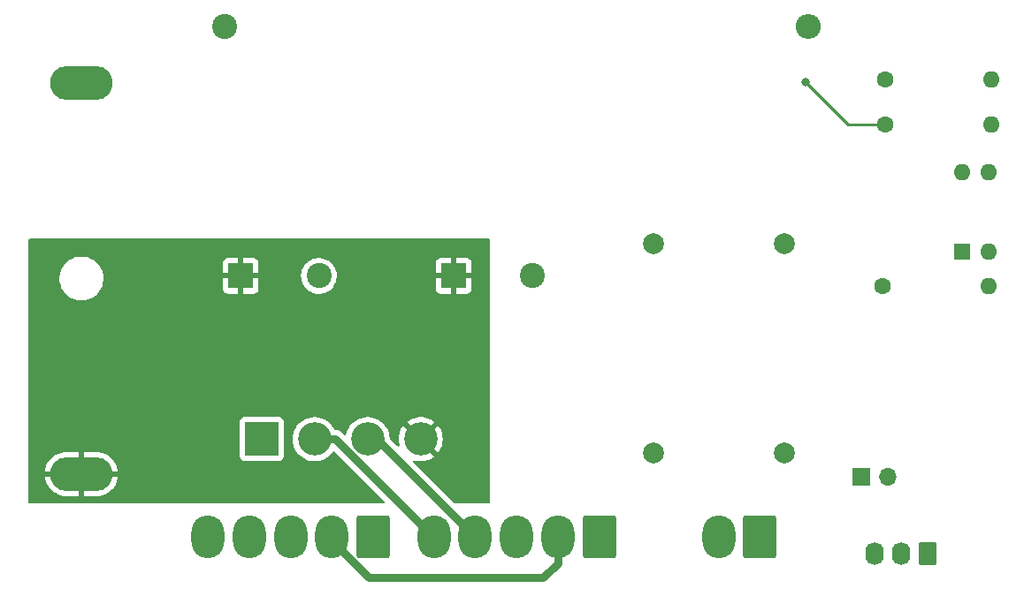
<source format=gbr>
%TF.GenerationSoftware,KiCad,Pcbnew,(6.0.1)*%
%TF.CreationDate,2022-01-30T09:16:28+01:00*%
%TF.ProjectId,board_shakercontrol,626f6172-645f-4736-9861-6b6572636f6e,rev?*%
%TF.SameCoordinates,Original*%
%TF.FileFunction,Copper,L2,Bot*%
%TF.FilePolarity,Positive*%
%FSLAX46Y46*%
G04 Gerber Fmt 4.6, Leading zero omitted, Abs format (unit mm)*
G04 Created by KiCad (PCBNEW (6.0.1)) date 2022-01-30 09:16:28*
%MOMM*%
%LPD*%
G01*
G04 APERTURE LIST*
G04 Aperture macros list*
%AMRoundRect*
0 Rectangle with rounded corners*
0 $1 Rounding radius*
0 $2 $3 $4 $5 $6 $7 $8 $9 X,Y pos of 4 corners*
0 Add a 4 corners polygon primitive as box body*
4,1,4,$2,$3,$4,$5,$6,$7,$8,$9,$2,$3,0*
0 Add four circle primitives for the rounded corners*
1,1,$1+$1,$2,$3*
1,1,$1+$1,$4,$5*
1,1,$1+$1,$6,$7*
1,1,$1+$1,$8,$9*
0 Add four rect primitives between the rounded corners*
20,1,$1+$1,$2,$3,$4,$5,0*
20,1,$1+$1,$4,$5,$6,$7,0*
20,1,$1+$1,$6,$7,$8,$9,0*
20,1,$1+$1,$8,$9,$2,$3,0*%
G04 Aperture macros list end*
%TA.AperFunction,ComponentPad*%
%ADD10RoundRect,0.250000X0.620000X0.845000X-0.620000X0.845000X-0.620000X-0.845000X0.620000X-0.845000X0*%
%TD*%
%TA.AperFunction,ComponentPad*%
%ADD11O,1.740000X2.190000*%
%TD*%
%TA.AperFunction,ComponentPad*%
%ADD12C,2.000000*%
%TD*%
%TA.AperFunction,ComponentPad*%
%ADD13C,1.600000*%
%TD*%
%TA.AperFunction,ComponentPad*%
%ADD14O,1.600000X1.600000*%
%TD*%
%TA.AperFunction,ComponentPad*%
%ADD15R,3.200000X3.200000*%
%TD*%
%TA.AperFunction,ComponentPad*%
%ADD16C,3.200000*%
%TD*%
%TA.AperFunction,ComponentPad*%
%ADD17O,6.000000X3.250000*%
%TD*%
%TA.AperFunction,ComponentPad*%
%ADD18R,2.400000X2.400000*%
%TD*%
%TA.AperFunction,ComponentPad*%
%ADD19C,2.400000*%
%TD*%
%TA.AperFunction,ComponentPad*%
%ADD20O,2.400000X2.400000*%
%TD*%
%TA.AperFunction,ComponentPad*%
%ADD21RoundRect,0.250000X1.330000X1.800000X-1.330000X1.800000X-1.330000X-1.800000X1.330000X-1.800000X0*%
%TD*%
%TA.AperFunction,ComponentPad*%
%ADD22O,3.160000X4.100000*%
%TD*%
%TA.AperFunction,ComponentPad*%
%ADD23R,1.600000X1.600000*%
%TD*%
%TA.AperFunction,ComponentPad*%
%ADD24O,1.700000X1.700000*%
%TD*%
%TA.AperFunction,ComponentPad*%
%ADD25R,1.700000X1.700000*%
%TD*%
%TA.AperFunction,ViaPad*%
%ADD26C,0.800000*%
%TD*%
%TA.AperFunction,Conductor*%
%ADD27C,0.762000*%
%TD*%
%TA.AperFunction,Conductor*%
%ADD28C,0.254000*%
%TD*%
G04 APERTURE END LIST*
D10*
%TO.P,J3,1,Pin_1*%
%TO.N,GND*%
X137922000Y-95992000D03*
D11*
%TO.P,J3,2,Pin_2*%
%TO.N,Net-(J3-Pad2)*%
X135382000Y-95992000D03*
%TO.P,J3,3,Pin_3*%
%TO.N,Net-(J3-Pad3)*%
X132842000Y-95992000D03*
%TD*%
D12*
%TO.P,L1,1,1*%
%TO.N,Net-(L1-Pad1)*%
X124206000Y-66294005D03*
%TO.P,L1,2,2*%
%TO.N,Net-(L1-Pad2)*%
X111706000Y-66294005D03*
%TO.P,L1,3,3*%
%TO.N,Net-(J4-Pad2)*%
X111706000Y-86294005D03*
%TO.P,L1,4,4*%
%TO.N,Net-(J4-Pad1)*%
X124206000Y-86294005D03*
%TD*%
D13*
%TO.P,R1,1*%
%TO.N,GND*%
X133604000Y-70358000D03*
D14*
%TO.P,R1,2*%
%TO.N,Net-(R1-Pad2)*%
X143764000Y-70358000D03*
%TD*%
D15*
%TO.P,D1,1,-*%
%TO.N,GND*%
X74138000Y-84994000D03*
D16*
%TO.P,D1,2*%
%TO.N,/16VAC2*%
X79218000Y-84994000D03*
%TO.P,D1,3*%
%TO.N,/16VAC1*%
X84298000Y-84994000D03*
%TO.P,D1,4,+*%
%TO.N,/VIN*%
X89378000Y-84994000D03*
%TD*%
D17*
%TO.P,F1,1*%
%TO.N,/VIN*%
X56896000Y-88346000D03*
%TO.P,F1,2*%
%TO.N,VCC*%
X56896000Y-50846000D03*
%TD*%
D13*
%TO.P,R3,1*%
%TO.N,Net-(Q1-Pad1)*%
X133858000Y-54864000D03*
D14*
%TO.P,R3,2*%
%TO.N,GND*%
X144018000Y-54864000D03*
%TD*%
D18*
%TO.P,C1,1*%
%TO.N,/VIN*%
X92534220Y-69342000D03*
D19*
%TO.P,C1,2*%
%TO.N,GND*%
X100034220Y-69342000D03*
%TD*%
%TO.P,R4,1*%
%TO.N,VCC*%
X70612000Y-45466000D03*
D20*
%TO.P,R4,2*%
%TO.N,Net-(L1-Pad1)*%
X126492000Y-45466000D03*
%TD*%
D21*
%TO.P,J1,1,Pin_1*%
%TO.N,Net-(J1-Pad1)*%
X106472000Y-94383000D03*
D22*
%TO.P,J1,2,Pin_2*%
%TO.N,Net-(J1-Pad2)*%
X102512000Y-94383000D03*
%TO.P,J1,3,Pin_3*%
%TO.N,Net-(J1-Pad3)*%
X98552000Y-94383000D03*
%TO.P,J1,4,Pin_4*%
%TO.N,/16VAC1*%
X94592000Y-94383000D03*
%TO.P,J1,5,Pin_5*%
%TO.N,/16VAC2*%
X90632000Y-94383000D03*
%TD*%
D23*
%TO.P,U2,1*%
%TO.N,Net-(J3-Pad2)*%
X141224000Y-67056000D03*
D14*
%TO.P,U2,2*%
%TO.N,Net-(R1-Pad2)*%
X143764000Y-67056000D03*
%TO.P,U2,3*%
%TO.N,GND*%
X143764000Y-59436000D03*
%TO.P,U2,4*%
%TO.N,Net-(Q1-Pad1)*%
X141224000Y-59436000D03*
%TD*%
D13*
%TO.P,R2,1*%
%TO.N,VCC*%
X133858000Y-50546000D03*
D14*
%TO.P,R2,2*%
%TO.N,Net-(Q1-Pad1)*%
X144018000Y-50546000D03*
%TD*%
D24*
%TO.P,JP1,2,B*%
%TO.N,+5V*%
X134107000Y-88646000D03*
D25*
%TO.P,JP1,1,A*%
%TO.N,Net-(J3-Pad3)*%
X131567000Y-88646000D03*
%TD*%
D21*
%TO.P,J2,1,Pin_1*%
%TO.N,Net-(J1-Pad1)*%
X84836000Y-94383000D03*
D22*
%TO.P,J2,2,Pin_2*%
%TO.N,Net-(J1-Pad2)*%
X80876000Y-94383000D03*
%TO.P,J2,3,Pin_3*%
%TO.N,Net-(J1-Pad3)*%
X76916000Y-94383000D03*
%TO.P,J2,4,Pin_4*%
%TO.N,/16VAC1*%
X72956000Y-94383000D03*
%TO.P,J2,5,Pin_5*%
%TO.N,/16VAC2*%
X68996000Y-94383000D03*
%TD*%
D21*
%TO.P,J4,1,Pin_1*%
%TO.N,Net-(J4-Pad1)*%
X121868000Y-94383000D03*
D22*
%TO.P,J4,2,Pin_2*%
%TO.N,Net-(J4-Pad2)*%
X117908000Y-94383000D03*
%TD*%
D18*
%TO.P,C2,1*%
%TO.N,/VIN*%
X72136000Y-69342000D03*
D19*
%TO.P,C2,2*%
%TO.N,GND*%
X79636000Y-69342000D03*
%TD*%
D26*
%TO.N,Net-(Q1-Pad1)*%
X126238000Y-50800000D03*
%TD*%
D27*
%TO.N,Net-(J1-Pad2)*%
X80876000Y-94727532D02*
X84446468Y-98298000D01*
X80876000Y-94383000D02*
X80876000Y-94727532D01*
X84446468Y-98298000D02*
X101092000Y-98298000D01*
X101092000Y-98298000D02*
X102512000Y-96878000D01*
X102512000Y-96878000D02*
X102512000Y-94383000D01*
D28*
%TO.N,Net-(Q1-Pad1)*%
X130302000Y-54864000D02*
X133858000Y-54864000D01*
X126238000Y-50800000D02*
X130302000Y-54864000D01*
D27*
%TO.N,/16VAC1*%
X85203000Y-84994000D02*
X94592000Y-94383000D01*
X84298000Y-84994000D02*
X85203000Y-84994000D01*
%TO.N,/16VAC2*%
X79218000Y-84994000D02*
X81184000Y-84994000D01*
X90573000Y-94383000D02*
X90632000Y-94383000D01*
X81184000Y-84994000D02*
X90573000Y-94383000D01*
%TD*%
%TA.AperFunction,Conductor*%
%TO.N,/VIN*%
G36*
X95954121Y-65806002D02*
G01*
X96000614Y-65859658D01*
X96012000Y-65912000D01*
X96012000Y-91060000D01*
X95991998Y-91128121D01*
X95938342Y-91174614D01*
X95886000Y-91186000D01*
X92705133Y-91186000D01*
X92637012Y-91165998D01*
X92616038Y-91149095D01*
X88707926Y-87240983D01*
X88673900Y-87178671D01*
X88678965Y-87107856D01*
X88721512Y-87051020D01*
X88788032Y-87026209D01*
X88832808Y-87031077D01*
X88912971Y-87054823D01*
X88921318Y-87056689D01*
X89196954Y-87098867D01*
X89205487Y-87099583D01*
X89484291Y-87103963D01*
X89492842Y-87103514D01*
X89769659Y-87070016D01*
X89778073Y-87068411D01*
X90047786Y-86997654D01*
X90055902Y-86994923D01*
X90313521Y-86888213D01*
X90321183Y-86884410D01*
X90561933Y-86743727D01*
X90569020Y-86738910D01*
X90663883Y-86664529D01*
X90672353Y-86652670D01*
X90665836Y-86641046D01*
X89019922Y-84995132D01*
X89742408Y-84995132D01*
X89742539Y-84996965D01*
X89746790Y-85003580D01*
X91025264Y-86282054D01*
X91037474Y-86288721D01*
X91048973Y-86280032D01*
X91159464Y-86129617D01*
X91164048Y-86122393D01*
X91297099Y-85877346D01*
X91300667Y-85869553D01*
X91399227Y-85608721D01*
X91401704Y-85600515D01*
X91463954Y-85328718D01*
X91465294Y-85320257D01*
X91490243Y-85040715D01*
X91490489Y-85035776D01*
X91490900Y-84996485D01*
X91490757Y-84991519D01*
X91471669Y-84711520D01*
X91470508Y-84703046D01*
X91413962Y-84429998D01*
X91411658Y-84421744D01*
X91318579Y-84158897D01*
X91315183Y-84151049D01*
X91187286Y-83903254D01*
X91182858Y-83895942D01*
X91049812Y-83706636D01*
X91039290Y-83698256D01*
X91025902Y-83705308D01*
X89750022Y-84981188D01*
X89742408Y-84995132D01*
X89019922Y-84995132D01*
X87730160Y-83705370D01*
X87718150Y-83698811D01*
X87706410Y-83707779D01*
X87584748Y-83877091D01*
X87580226Y-83884385D01*
X87449757Y-84130799D01*
X87446271Y-84138627D01*
X87350446Y-84400481D01*
X87348057Y-84408704D01*
X87288654Y-84681151D01*
X87287405Y-84689607D01*
X87265526Y-84967604D01*
X87265437Y-84976154D01*
X87281488Y-85254533D01*
X87282561Y-85263033D01*
X87336244Y-85536652D01*
X87336293Y-85536837D01*
X87336292Y-85536897D01*
X87337070Y-85540865D01*
X87336193Y-85541037D01*
X87334607Y-85607814D01*
X87294816Y-85666612D01*
X87229553Y-85694563D01*
X87159539Y-85682793D01*
X87125493Y-85658550D01*
X86441204Y-84974261D01*
X86407178Y-84911949D01*
X86404591Y-84893736D01*
X86392165Y-84711452D01*
X86392164Y-84711446D01*
X86391873Y-84707175D01*
X86387336Y-84685264D01*
X86334443Y-84429855D01*
X86333574Y-84425658D01*
X86237607Y-84154657D01*
X86105750Y-83899188D01*
X86095347Y-83884385D01*
X86023096Y-83781583D01*
X85940441Y-83663977D01*
X85744740Y-83453378D01*
X85600549Y-83335359D01*
X88083442Y-83335359D01*
X88089837Y-83346627D01*
X89365188Y-84621978D01*
X89379132Y-84629592D01*
X89380965Y-84629461D01*
X89387580Y-84625210D01*
X90665667Y-83347123D01*
X90672858Y-83333954D01*
X90665535Y-83323716D01*
X90605298Y-83274413D01*
X90598326Y-83269457D01*
X90360560Y-83123754D01*
X90352990Y-83119796D01*
X90097657Y-83007714D01*
X90089597Y-83004812D01*
X89821432Y-82928424D01*
X89813054Y-82926642D01*
X89536998Y-82887353D01*
X89528451Y-82886726D01*
X89249614Y-82885265D01*
X89241081Y-82885802D01*
X88964622Y-82922200D01*
X88956221Y-82923894D01*
X88687274Y-82997469D01*
X88679179Y-83000288D01*
X88422694Y-83109688D01*
X88415071Y-83113572D01*
X88175809Y-83256767D01*
X88168771Y-83261658D01*
X88091912Y-83323233D01*
X88083442Y-83335359D01*
X85600549Y-83335359D01*
X85522268Y-83271287D01*
X85277142Y-83121073D01*
X85259048Y-83113130D01*
X85017830Y-83007243D01*
X85013898Y-83005517D01*
X84995542Y-83000288D01*
X84784717Y-82940233D01*
X84737406Y-82926756D01*
X84514477Y-82895029D01*
X84457036Y-82886854D01*
X84457034Y-82886854D01*
X84452784Y-82886249D01*
X84448495Y-82886227D01*
X84448488Y-82886226D01*
X84169583Y-82884765D01*
X84169576Y-82884765D01*
X84165297Y-82884743D01*
X84161053Y-82885302D01*
X84161049Y-82885302D01*
X84035660Y-82901810D01*
X83880266Y-82922268D01*
X83876126Y-82923401D01*
X83876124Y-82923401D01*
X83857763Y-82928424D01*
X83602964Y-82998129D01*
X83599016Y-82999813D01*
X83342476Y-83109237D01*
X83342472Y-83109239D01*
X83338524Y-83110923D01*
X83289758Y-83140109D01*
X83095521Y-83256357D01*
X83095517Y-83256360D01*
X83091839Y-83258561D01*
X82867472Y-83438313D01*
X82669577Y-83646851D01*
X82501814Y-83880317D01*
X82367288Y-84134392D01*
X82268489Y-84404373D01*
X82267575Y-84408565D01*
X82243121Y-84520722D01*
X82209066Y-84583018D01*
X82146738Y-84617013D01*
X82075925Y-84611915D01*
X82030918Y-84582975D01*
X81869489Y-84421546D01*
X81856652Y-84406518D01*
X81848669Y-84395530D01*
X81798937Y-84350751D01*
X81794153Y-84346210D01*
X81780006Y-84332063D01*
X81764446Y-84319463D01*
X81759425Y-84315175D01*
X81714619Y-84274830D01*
X81714615Y-84274827D01*
X81709715Y-84270415D01*
X81704005Y-84267119D01*
X81704002Y-84267116D01*
X81697955Y-84263625D01*
X81681670Y-84252432D01*
X81671125Y-84243893D01*
X81611520Y-84213523D01*
X81605724Y-84210376D01*
X81599975Y-84207057D01*
X81547785Y-84176925D01*
X81534875Y-84172730D01*
X81516616Y-84165167D01*
X81504524Y-84159006D01*
X81439906Y-84141691D01*
X81433582Y-84139818D01*
X81405196Y-84130595D01*
X81369956Y-84119145D01*
X81363389Y-84118455D01*
X81363385Y-84118454D01*
X81357712Y-84117858D01*
X81356470Y-84117728D01*
X81337028Y-84114125D01*
X81323915Y-84110611D01*
X81317318Y-84110265D01*
X81317316Y-84110265D01*
X81257113Y-84107110D01*
X81250539Y-84106593D01*
X81233895Y-84104844D01*
X81233891Y-84104844D01*
X81230620Y-84104500D01*
X81210593Y-84104500D01*
X81204008Y-84104328D01*
X81201816Y-84104213D01*
X81134838Y-84080668D01*
X81096455Y-84036176D01*
X81027715Y-83902995D01*
X81027715Y-83902994D01*
X81025750Y-83899188D01*
X81015347Y-83884385D01*
X80943096Y-83781583D01*
X80860441Y-83663977D01*
X80664740Y-83453378D01*
X80442268Y-83271287D01*
X80197142Y-83121073D01*
X80179048Y-83113130D01*
X79937830Y-83007243D01*
X79933898Y-83005517D01*
X79915542Y-83000288D01*
X79704717Y-82940233D01*
X79657406Y-82926756D01*
X79434477Y-82895029D01*
X79377036Y-82886854D01*
X79377034Y-82886854D01*
X79372784Y-82886249D01*
X79368495Y-82886227D01*
X79368488Y-82886226D01*
X79089583Y-82884765D01*
X79089576Y-82884765D01*
X79085297Y-82884743D01*
X79081053Y-82885302D01*
X79081049Y-82885302D01*
X78955660Y-82901810D01*
X78800266Y-82922268D01*
X78796126Y-82923401D01*
X78796124Y-82923401D01*
X78777763Y-82928424D01*
X78522964Y-82998129D01*
X78519016Y-82999813D01*
X78262476Y-83109237D01*
X78262472Y-83109239D01*
X78258524Y-83110923D01*
X78209758Y-83140109D01*
X78015521Y-83256357D01*
X78015517Y-83256360D01*
X78011839Y-83258561D01*
X77787472Y-83438313D01*
X77589577Y-83646851D01*
X77421814Y-83880317D01*
X77287288Y-84134392D01*
X77188489Y-84404373D01*
X77127245Y-84685264D01*
X77104689Y-84971869D01*
X77121238Y-85258883D01*
X77122063Y-85263088D01*
X77122064Y-85263096D01*
X77133279Y-85320257D01*
X77176586Y-85540995D01*
X77177973Y-85545045D01*
X77177974Y-85545050D01*
X77229164Y-85694563D01*
X77269710Y-85812986D01*
X77398885Y-86069822D01*
X77561721Y-86306750D01*
X77755206Y-86519388D01*
X77758501Y-86522143D01*
X77758502Y-86522144D01*
X77966983Y-86696460D01*
X77975759Y-86703798D01*
X78219298Y-86856571D01*
X78481318Y-86974877D01*
X78485437Y-86976097D01*
X78752857Y-87055311D01*
X78752862Y-87055312D01*
X78756970Y-87056529D01*
X78761204Y-87057177D01*
X78761209Y-87057178D01*
X78969169Y-87089000D01*
X79041153Y-87100015D01*
X79187485Y-87102314D01*
X79324317Y-87104464D01*
X79324323Y-87104464D01*
X79328608Y-87104531D01*
X79332860Y-87104016D01*
X79332868Y-87104016D01*
X79609756Y-87070508D01*
X79609761Y-87070507D01*
X79614017Y-87069992D01*
X79710748Y-87044615D01*
X79887954Y-86998126D01*
X79887955Y-86998126D01*
X79892097Y-86997039D01*
X80157704Y-86887021D01*
X80405922Y-86741974D01*
X80632159Y-86564582D01*
X80668644Y-86526933D01*
X80796626Y-86394865D01*
X80832227Y-86358128D01*
X80867637Y-86309924D01*
X80939291Y-86212378D01*
X80995739Y-86169319D01*
X81066506Y-86163613D01*
X81129933Y-86197876D01*
X85902962Y-90970905D01*
X85936988Y-91033217D01*
X85931923Y-91104032D01*
X85889376Y-91160868D01*
X85822856Y-91185679D01*
X85813867Y-91186000D01*
X51942000Y-91186000D01*
X51873879Y-91165998D01*
X51827386Y-91112342D01*
X51816000Y-91060000D01*
X51816000Y-88617583D01*
X53405316Y-88617583D01*
X53424636Y-88764332D01*
X53426329Y-88772730D01*
X53500806Y-89044973D01*
X53503622Y-89053060D01*
X53614356Y-89312672D01*
X53618249Y-89320311D01*
X53763191Y-89562491D01*
X53768082Y-89569529D01*
X53944546Y-89789792D01*
X53950353Y-89796108D01*
X54155089Y-89990395D01*
X54161682Y-89995848D01*
X54390888Y-90160550D01*
X54398173Y-90165067D01*
X54647607Y-90297135D01*
X54655435Y-90300621D01*
X54920497Y-90397620D01*
X54928708Y-90400006D01*
X55204487Y-90460135D01*
X55212949Y-90461384D01*
X55434316Y-90478807D01*
X55439241Y-90479000D01*
X56623885Y-90479000D01*
X56639124Y-90474525D01*
X56640329Y-90473135D01*
X56642000Y-90465452D01*
X56642000Y-90460885D01*
X57150000Y-90460885D01*
X57154475Y-90476124D01*
X57155865Y-90477329D01*
X57163548Y-90479000D01*
X58341960Y-90479000D01*
X58346255Y-90478854D01*
X58556881Y-90464495D01*
X58565355Y-90463334D01*
X58841740Y-90406097D01*
X58849994Y-90403793D01*
X59116055Y-90309576D01*
X59123903Y-90306180D01*
X59374720Y-90176723D01*
X59382047Y-90172285D01*
X59612961Y-90009997D01*
X59619625Y-90004601D01*
X59826380Y-89812472D01*
X59832239Y-89806232D01*
X60011014Y-89587812D01*
X60015969Y-89580840D01*
X60163453Y-89340170D01*
X60167410Y-89332600D01*
X60280863Y-89074145D01*
X60283765Y-89066085D01*
X60361087Y-88794642D01*
X60362869Y-88786264D01*
X60386825Y-88617936D01*
X60384794Y-88603949D01*
X60371309Y-88600000D01*
X57168115Y-88600000D01*
X57152876Y-88604475D01*
X57151671Y-88605865D01*
X57150000Y-88613548D01*
X57150000Y-90460885D01*
X56642000Y-90460885D01*
X56642000Y-88618115D01*
X56637525Y-88602876D01*
X56636135Y-88601671D01*
X56628452Y-88600000D01*
X53421116Y-88600000D01*
X53407345Y-88604044D01*
X53405316Y-88617583D01*
X51816000Y-88617583D01*
X51816000Y-88074064D01*
X53405175Y-88074064D01*
X53407206Y-88088051D01*
X53420691Y-88092000D01*
X56623885Y-88092000D01*
X56639124Y-88087525D01*
X56640329Y-88086135D01*
X56642000Y-88078452D01*
X56642000Y-88073885D01*
X57150000Y-88073885D01*
X57154475Y-88089124D01*
X57155865Y-88090329D01*
X57163548Y-88092000D01*
X60370884Y-88092000D01*
X60384655Y-88087956D01*
X60386684Y-88074417D01*
X60367364Y-87927668D01*
X60365671Y-87919270D01*
X60291194Y-87647027D01*
X60288378Y-87638940D01*
X60177644Y-87379328D01*
X60173751Y-87371689D01*
X60028809Y-87129509D01*
X60023918Y-87122471D01*
X59847454Y-86902208D01*
X59841647Y-86895892D01*
X59636911Y-86701605D01*
X59630318Y-86696152D01*
X59555144Y-86642134D01*
X72029500Y-86642134D01*
X72036255Y-86704316D01*
X72087385Y-86840705D01*
X72174739Y-86957261D01*
X72291295Y-87044615D01*
X72427684Y-87095745D01*
X72489866Y-87102500D01*
X75786134Y-87102500D01*
X75848316Y-87095745D01*
X75984705Y-87044615D01*
X76101261Y-86957261D01*
X76188615Y-86840705D01*
X76239745Y-86704316D01*
X76246500Y-86642134D01*
X76246500Y-83345866D01*
X76239745Y-83283684D01*
X76188615Y-83147295D01*
X76101261Y-83030739D01*
X75984705Y-82943385D01*
X75848316Y-82892255D01*
X75786134Y-82885500D01*
X72489866Y-82885500D01*
X72427684Y-82892255D01*
X72291295Y-82943385D01*
X72174739Y-83030739D01*
X72087385Y-83147295D01*
X72036255Y-83283684D01*
X72029500Y-83345866D01*
X72029500Y-86642134D01*
X59555144Y-86642134D01*
X59401112Y-86531450D01*
X59393827Y-86526933D01*
X59144393Y-86394865D01*
X59136565Y-86391379D01*
X58871503Y-86294380D01*
X58863292Y-86291994D01*
X58587513Y-86231865D01*
X58579051Y-86230616D01*
X58357684Y-86213193D01*
X58352758Y-86213000D01*
X57168115Y-86213000D01*
X57152876Y-86217475D01*
X57151671Y-86218865D01*
X57150000Y-86226548D01*
X57150000Y-88073885D01*
X56642000Y-88073885D01*
X56642000Y-86231115D01*
X56637525Y-86215876D01*
X56636135Y-86214671D01*
X56628452Y-86213000D01*
X55450041Y-86213000D01*
X55445745Y-86213146D01*
X55235119Y-86227505D01*
X55226645Y-86228666D01*
X54950260Y-86285903D01*
X54942006Y-86288207D01*
X54675945Y-86382424D01*
X54668097Y-86385820D01*
X54417280Y-86515277D01*
X54409953Y-86519715D01*
X54179039Y-86682003D01*
X54172375Y-86687399D01*
X53965620Y-86879528D01*
X53959761Y-86885768D01*
X53780986Y-87104188D01*
X53776031Y-87111160D01*
X53628547Y-87351830D01*
X53624590Y-87359400D01*
X53511137Y-87617855D01*
X53508235Y-87625915D01*
X53430913Y-87897358D01*
X53429131Y-87905736D01*
X53405175Y-88074064D01*
X51816000Y-88074064D01*
X51816000Y-69728703D01*
X54786743Y-69728703D01*
X54787302Y-69732947D01*
X54787302Y-69732951D01*
X54803810Y-69858340D01*
X54824268Y-70013734D01*
X54900129Y-70291036D01*
X54901813Y-70294984D01*
X54974767Y-70466020D01*
X55012923Y-70555476D01*
X55035672Y-70593486D01*
X55157551Y-70797131D01*
X55160561Y-70802161D01*
X55340313Y-71026528D01*
X55548851Y-71224423D01*
X55782317Y-71392186D01*
X55786112Y-71394195D01*
X55786113Y-71394196D01*
X55807869Y-71405715D01*
X56036392Y-71526712D01*
X56306373Y-71625511D01*
X56587264Y-71686755D01*
X56615841Y-71689004D01*
X56810282Y-71704307D01*
X56810291Y-71704307D01*
X56812739Y-71704500D01*
X56968271Y-71704500D01*
X56970407Y-71704354D01*
X56970418Y-71704354D01*
X57178548Y-71690165D01*
X57178554Y-71690164D01*
X57182825Y-71689873D01*
X57187020Y-71689004D01*
X57187022Y-71689004D01*
X57323583Y-71660724D01*
X57464342Y-71631574D01*
X57735343Y-71535607D01*
X57990812Y-71403750D01*
X57994313Y-71401289D01*
X57994317Y-71401287D01*
X58108418Y-71321095D01*
X58226023Y-71238441D01*
X58424787Y-71053738D01*
X58433479Y-71045661D01*
X58433481Y-71045658D01*
X58436622Y-71042740D01*
X58618713Y-70820268D01*
X58761863Y-70586669D01*
X70428001Y-70586669D01*
X70428371Y-70593490D01*
X70433895Y-70644352D01*
X70437521Y-70659604D01*
X70482676Y-70780054D01*
X70491214Y-70795649D01*
X70567715Y-70897724D01*
X70580276Y-70910285D01*
X70682351Y-70986786D01*
X70697946Y-70995324D01*
X70818394Y-71040478D01*
X70833649Y-71044105D01*
X70884514Y-71049631D01*
X70891328Y-71050000D01*
X71863885Y-71050000D01*
X71879124Y-71045525D01*
X71880329Y-71044135D01*
X71882000Y-71036452D01*
X71882000Y-71031884D01*
X72390000Y-71031884D01*
X72394475Y-71047123D01*
X72395865Y-71048328D01*
X72403548Y-71049999D01*
X73380669Y-71049999D01*
X73387490Y-71049629D01*
X73438352Y-71044105D01*
X73453604Y-71040479D01*
X73574054Y-70995324D01*
X73589649Y-70986786D01*
X73691724Y-70910285D01*
X73704285Y-70897724D01*
X73780786Y-70795649D01*
X73789324Y-70780054D01*
X73834478Y-70659606D01*
X73838105Y-70644351D01*
X73843631Y-70593486D01*
X73844000Y-70586672D01*
X73844000Y-69614115D01*
X73839525Y-69598876D01*
X73838135Y-69597671D01*
X73830452Y-69596000D01*
X72408115Y-69596000D01*
X72392876Y-69600475D01*
X72391671Y-69601865D01*
X72390000Y-69609548D01*
X72390000Y-71031884D01*
X71882000Y-71031884D01*
X71882000Y-69614115D01*
X71877525Y-69598876D01*
X71876135Y-69597671D01*
X71868452Y-69596000D01*
X70446116Y-69596000D01*
X70430877Y-69600475D01*
X70429672Y-69601865D01*
X70428001Y-69609548D01*
X70428001Y-70586669D01*
X58761863Y-70586669D01*
X58768927Y-70575142D01*
X58772488Y-70567031D01*
X58882757Y-70315830D01*
X58884483Y-70311898D01*
X58963244Y-70035406D01*
X59003751Y-69750784D01*
X59003845Y-69732951D01*
X59005235Y-69467583D01*
X59005235Y-69467576D01*
X59005257Y-69463297D01*
X58983383Y-69297151D01*
X77923296Y-69297151D01*
X77935480Y-69550798D01*
X77945638Y-69601865D01*
X77976106Y-69755036D01*
X77985021Y-69799857D01*
X77986600Y-69804255D01*
X77986602Y-69804262D01*
X78061811Y-70013734D01*
X78070831Y-70038858D01*
X78191025Y-70262551D01*
X78193820Y-70266294D01*
X78193822Y-70266297D01*
X78340171Y-70462282D01*
X78340176Y-70462288D01*
X78342963Y-70466020D01*
X78346272Y-70469300D01*
X78346277Y-70469306D01*
X78471546Y-70593486D01*
X78523307Y-70644797D01*
X78527069Y-70647555D01*
X78527072Y-70647558D01*
X78632764Y-70725054D01*
X78728094Y-70794953D01*
X78732229Y-70797129D01*
X78732233Y-70797131D01*
X78782516Y-70823586D01*
X78952827Y-70913191D01*
X79087160Y-70960102D01*
X79188021Y-70995324D01*
X79192568Y-70996912D01*
X79442050Y-71044278D01*
X79562532Y-71049011D01*
X79691125Y-71054064D01*
X79691130Y-71054064D01*
X79695793Y-71054247D01*
X79794774Y-71043407D01*
X79943569Y-71027112D01*
X79943575Y-71027111D01*
X79948222Y-71026602D01*
X80057680Y-70997784D01*
X80189273Y-70963138D01*
X80193793Y-70961948D01*
X80343280Y-70897724D01*
X80422807Y-70863557D01*
X80422810Y-70863555D01*
X80427110Y-70861708D01*
X80431090Y-70859245D01*
X80431094Y-70859243D01*
X80639064Y-70730547D01*
X80639066Y-70730545D01*
X80643047Y-70728082D01*
X80646624Y-70725054D01*
X80810092Y-70586669D01*
X90826221Y-70586669D01*
X90826591Y-70593490D01*
X90832115Y-70644352D01*
X90835741Y-70659604D01*
X90880896Y-70780054D01*
X90889434Y-70795649D01*
X90965935Y-70897724D01*
X90978496Y-70910285D01*
X91080571Y-70986786D01*
X91096166Y-70995324D01*
X91216614Y-71040478D01*
X91231869Y-71044105D01*
X91282734Y-71049631D01*
X91289548Y-71050000D01*
X92262105Y-71050000D01*
X92277344Y-71045525D01*
X92278549Y-71044135D01*
X92280220Y-71036452D01*
X92280220Y-71031884D01*
X92788220Y-71031884D01*
X92792695Y-71047123D01*
X92794085Y-71048328D01*
X92801768Y-71049999D01*
X93778889Y-71049999D01*
X93785710Y-71049629D01*
X93836572Y-71044105D01*
X93851824Y-71040479D01*
X93972274Y-70995324D01*
X93987869Y-70986786D01*
X94089944Y-70910285D01*
X94102505Y-70897724D01*
X94179006Y-70795649D01*
X94187544Y-70780054D01*
X94232698Y-70659606D01*
X94236325Y-70644351D01*
X94241851Y-70593486D01*
X94242220Y-70586672D01*
X94242220Y-69614115D01*
X94237745Y-69598876D01*
X94236355Y-69597671D01*
X94228672Y-69596000D01*
X92806335Y-69596000D01*
X92791096Y-69600475D01*
X92789891Y-69601865D01*
X92788220Y-69609548D01*
X92788220Y-71031884D01*
X92280220Y-71031884D01*
X92280220Y-69614115D01*
X92275745Y-69598876D01*
X92274355Y-69597671D01*
X92266672Y-69596000D01*
X90844336Y-69596000D01*
X90829097Y-69600475D01*
X90827892Y-69601865D01*
X90826221Y-69609548D01*
X90826221Y-70586669D01*
X80810092Y-70586669D01*
X80833289Y-70567031D01*
X80833291Y-70567029D01*
X80836862Y-70564006D01*
X81004295Y-70373084D01*
X81046307Y-70307770D01*
X81139141Y-70163442D01*
X81141669Y-70159512D01*
X81245967Y-69927980D01*
X81314896Y-69683575D01*
X81345182Y-69445512D01*
X81346545Y-69434798D01*
X81346545Y-69434792D01*
X81346943Y-69431667D01*
X81349291Y-69342000D01*
X81337440Y-69182522D01*
X81330818Y-69093411D01*
X81330817Y-69093407D01*
X81330472Y-69088759D01*
X81328974Y-69082135D01*
X81326202Y-69069885D01*
X90826220Y-69069885D01*
X90830695Y-69085124D01*
X90832085Y-69086329D01*
X90839768Y-69088000D01*
X92262105Y-69088000D01*
X92277344Y-69083525D01*
X92278549Y-69082135D01*
X92280220Y-69074452D01*
X92280220Y-69069885D01*
X92788220Y-69069885D01*
X92792695Y-69085124D01*
X92794085Y-69086329D01*
X92801768Y-69088000D01*
X94224104Y-69088000D01*
X94239343Y-69083525D01*
X94240548Y-69082135D01*
X94242219Y-69074452D01*
X94242219Y-68097331D01*
X94241849Y-68090510D01*
X94236325Y-68039648D01*
X94232699Y-68024396D01*
X94187544Y-67903946D01*
X94179006Y-67888351D01*
X94102505Y-67786276D01*
X94089944Y-67773715D01*
X93987869Y-67697214D01*
X93972274Y-67688676D01*
X93851826Y-67643522D01*
X93836571Y-67639895D01*
X93785706Y-67634369D01*
X93778892Y-67634000D01*
X92806335Y-67634000D01*
X92791096Y-67638475D01*
X92789891Y-67639865D01*
X92788220Y-67647548D01*
X92788220Y-69069885D01*
X92280220Y-69069885D01*
X92280220Y-67652116D01*
X92275745Y-67636877D01*
X92274355Y-67635672D01*
X92266672Y-67634001D01*
X91289551Y-67634001D01*
X91282730Y-67634371D01*
X91231868Y-67639895D01*
X91216616Y-67643521D01*
X91096166Y-67688676D01*
X91080571Y-67697214D01*
X90978496Y-67773715D01*
X90965935Y-67786276D01*
X90889434Y-67888351D01*
X90880896Y-67903946D01*
X90835742Y-68024394D01*
X90832115Y-68039649D01*
X90826589Y-68090514D01*
X90826220Y-68097328D01*
X90826220Y-69069885D01*
X81326202Y-69069885D01*
X81275459Y-68845639D01*
X81274428Y-68841082D01*
X81182391Y-68604409D01*
X81161866Y-68568498D01*
X81058702Y-68387997D01*
X81058700Y-68387995D01*
X81056383Y-68383940D01*
X80899171Y-68184517D01*
X80728957Y-68024396D01*
X80717610Y-68013722D01*
X80717608Y-68013720D01*
X80714209Y-68010523D01*
X80656555Y-67970527D01*
X80509393Y-67868437D01*
X80509390Y-67868435D01*
X80505561Y-67865779D01*
X80501384Y-67863719D01*
X80501377Y-67863715D01*
X80281996Y-67755528D01*
X80281992Y-67755527D01*
X80277810Y-67753464D01*
X80035960Y-67676047D01*
X80031355Y-67675297D01*
X79789935Y-67635980D01*
X79789934Y-67635980D01*
X79785323Y-67635229D01*
X79658364Y-67633567D01*
X79536083Y-67631966D01*
X79536080Y-67631966D01*
X79531406Y-67631905D01*
X79279787Y-67666149D01*
X79035993Y-67737208D01*
X78805380Y-67843522D01*
X78801471Y-67846085D01*
X78596928Y-67980189D01*
X78596923Y-67980193D01*
X78593015Y-67982755D01*
X78546360Y-68024396D01*
X78464647Y-68097328D01*
X78403562Y-68151848D01*
X78241183Y-68347087D01*
X78109447Y-68564182D01*
X78107638Y-68568496D01*
X78107637Y-68568498D01*
X78079112Y-68636524D01*
X78011246Y-68798365D01*
X77948738Y-69044490D01*
X77923296Y-69297151D01*
X58983383Y-69297151D01*
X58967732Y-69178266D01*
X58938082Y-69069885D01*
X70428000Y-69069885D01*
X70432475Y-69085124D01*
X70433865Y-69086329D01*
X70441548Y-69088000D01*
X71863885Y-69088000D01*
X71879124Y-69083525D01*
X71880329Y-69082135D01*
X71882000Y-69074452D01*
X71882000Y-69069885D01*
X72390000Y-69069885D01*
X72394475Y-69085124D01*
X72395865Y-69086329D01*
X72403548Y-69088000D01*
X73825884Y-69088000D01*
X73841123Y-69083525D01*
X73842328Y-69082135D01*
X73843999Y-69074452D01*
X73843999Y-68097331D01*
X73843629Y-68090510D01*
X73838105Y-68039648D01*
X73834479Y-68024396D01*
X73789324Y-67903946D01*
X73780786Y-67888351D01*
X73704285Y-67786276D01*
X73691724Y-67773715D01*
X73589649Y-67697214D01*
X73574054Y-67688676D01*
X73453606Y-67643522D01*
X73438351Y-67639895D01*
X73387486Y-67634369D01*
X73380672Y-67634000D01*
X72408115Y-67634000D01*
X72392876Y-67638475D01*
X72391671Y-67639865D01*
X72390000Y-67647548D01*
X72390000Y-69069885D01*
X71882000Y-69069885D01*
X71882000Y-67652116D01*
X71877525Y-67636877D01*
X71876135Y-67635672D01*
X71868452Y-67634001D01*
X70891331Y-67634001D01*
X70884510Y-67634371D01*
X70833648Y-67639895D01*
X70818396Y-67643521D01*
X70697946Y-67688676D01*
X70682351Y-67697214D01*
X70580276Y-67773715D01*
X70567715Y-67786276D01*
X70491214Y-67888351D01*
X70482676Y-67903946D01*
X70437522Y-68024394D01*
X70433895Y-68039649D01*
X70428369Y-68090514D01*
X70428000Y-68097328D01*
X70428000Y-69069885D01*
X58938082Y-69069885D01*
X58891871Y-68900964D01*
X58779077Y-68636524D01*
X58631439Y-68389839D01*
X58451687Y-68165472D01*
X58262428Y-67985872D01*
X58246258Y-67970527D01*
X58246255Y-67970525D01*
X58243149Y-67967577D01*
X58009683Y-67799814D01*
X57987843Y-67788250D01*
X57922143Y-67753464D01*
X57755608Y-67665288D01*
X57485627Y-67566489D01*
X57204736Y-67505245D01*
X57173685Y-67502801D01*
X56981718Y-67487693D01*
X56981709Y-67487693D01*
X56979261Y-67487500D01*
X56823729Y-67487500D01*
X56821593Y-67487646D01*
X56821582Y-67487646D01*
X56613452Y-67501835D01*
X56613446Y-67501836D01*
X56609175Y-67502127D01*
X56604980Y-67502996D01*
X56604978Y-67502996D01*
X56468416Y-67531277D01*
X56327658Y-67560426D01*
X56056657Y-67656393D01*
X56052848Y-67658359D01*
X55805013Y-67786276D01*
X55801188Y-67788250D01*
X55797687Y-67790711D01*
X55797683Y-67790713D01*
X55787594Y-67797804D01*
X55565977Y-67953559D01*
X55355378Y-68149260D01*
X55173287Y-68371732D01*
X55023073Y-68616858D01*
X54907517Y-68880102D01*
X54828756Y-69156594D01*
X54788249Y-69441216D01*
X54788227Y-69445505D01*
X54788226Y-69445512D01*
X54786765Y-69724417D01*
X54786743Y-69728703D01*
X51816000Y-69728703D01*
X51816000Y-65912000D01*
X51836002Y-65843879D01*
X51889658Y-65797386D01*
X51942000Y-65786000D01*
X95886000Y-65786000D01*
X95954121Y-65806002D01*
G37*
%TD.AperFunction*%
%TD*%
M02*

</source>
